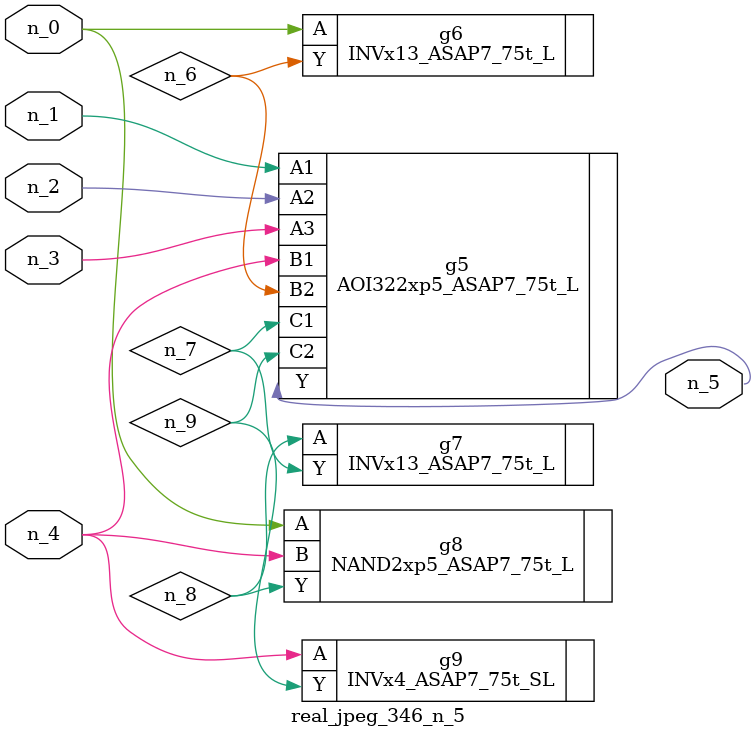
<source format=v>
module real_jpeg_346_n_5 (n_4, n_0, n_1, n_2, n_3, n_5);

input n_4;
input n_0;
input n_1;
input n_2;
input n_3;

output n_5;

wire n_8;
wire n_6;
wire n_7;
wire n_9;

INVx13_ASAP7_75t_L g6 ( 
.A(n_0),
.Y(n_6)
);

NAND2xp5_ASAP7_75t_L g8 ( 
.A(n_0),
.B(n_4),
.Y(n_8)
);

AOI322xp5_ASAP7_75t_L g5 ( 
.A1(n_1),
.A2(n_2),
.A3(n_3),
.B1(n_4),
.B2(n_6),
.C1(n_7),
.C2(n_9),
.Y(n_5)
);

INVx4_ASAP7_75t_SL g9 ( 
.A(n_4),
.Y(n_9)
);

INVx13_ASAP7_75t_L g7 ( 
.A(n_8),
.Y(n_7)
);


endmodule
</source>
